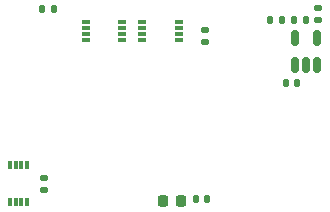
<source format=gbr>
%TF.GenerationSoftware,KiCad,Pcbnew,(7.0.0)*%
%TF.CreationDate,2023-03-21T21:12:12+00:00*%
%TF.ProjectId,Ogen,4f67656e-2e6b-4696-9361-645f70636258,rev?*%
%TF.SameCoordinates,Original*%
%TF.FileFunction,Paste,Bot*%
%TF.FilePolarity,Positive*%
%FSLAX46Y46*%
G04 Gerber Fmt 4.6, Leading zero omitted, Abs format (unit mm)*
G04 Created by KiCad (PCBNEW (7.0.0)) date 2023-03-21 21:12:12*
%MOMM*%
%LPD*%
G01*
G04 APERTURE LIST*
G04 Aperture macros list*
%AMRoundRect*
0 Rectangle with rounded corners*
0 $1 Rounding radius*
0 $2 $3 $4 $5 $6 $7 $8 $9 X,Y pos of 4 corners*
0 Add a 4 corners polygon primitive as box body*
4,1,4,$2,$3,$4,$5,$6,$7,$8,$9,$2,$3,0*
0 Add four circle primitives for the rounded corners*
1,1,$1+$1,$2,$3*
1,1,$1+$1,$4,$5*
1,1,$1+$1,$6,$7*
1,1,$1+$1,$8,$9*
0 Add four rect primitives between the rounded corners*
20,1,$1+$1,$2,$3,$4,$5,0*
20,1,$1+$1,$4,$5,$6,$7,0*
20,1,$1+$1,$6,$7,$8,$9,0*
20,1,$1+$1,$8,$9,$2,$3,0*%
G04 Aperture macros list end*
%ADD10RoundRect,0.135000X0.135000X0.185000X-0.135000X0.185000X-0.135000X-0.185000X0.135000X-0.185000X0*%
%ADD11RoundRect,0.135000X0.185000X-0.135000X0.185000X0.135000X-0.185000X0.135000X-0.185000X-0.135000X0*%
%ADD12RoundRect,0.140000X0.170000X-0.140000X0.170000X0.140000X-0.170000X0.140000X-0.170000X-0.140000X0*%
%ADD13RoundRect,0.140000X-0.140000X-0.170000X0.140000X-0.170000X0.140000X0.170000X-0.140000X0.170000X0*%
%ADD14RoundRect,0.140000X0.140000X0.170000X-0.140000X0.170000X-0.140000X-0.170000X0.140000X-0.170000X0*%
%ADD15R,0.800000X0.300000*%
%ADD16RoundRect,0.225000X0.225000X0.250000X-0.225000X0.250000X-0.225000X-0.250000X0.225000X-0.250000X0*%
%ADD17R,0.300000X0.800000*%
%ADD18RoundRect,0.150000X0.150000X-0.512500X0.150000X0.512500X-0.150000X0.512500X-0.150000X-0.512500X0*%
G04 APERTURE END LIST*
D10*
%TO.C,R5*%
X38810000Y-15300000D03*
X37790000Y-15300000D03*
%TD*%
%TO.C,R4*%
X35790000Y-15300000D03*
X36810000Y-15300000D03*
%TD*%
D11*
%TO.C,R3*%
X30300000Y-17160000D03*
X30300000Y-16140000D03*
%TD*%
D10*
%TO.C,R2*%
X17532000Y-14400000D03*
X16512000Y-14400000D03*
%TD*%
D11*
%TO.C,R1*%
X16700000Y-29676000D03*
X16700000Y-28656000D03*
%TD*%
D12*
%TO.C,C4*%
X39900000Y-15280000D03*
X39900000Y-14320000D03*
%TD*%
D13*
%TO.C,C3*%
X37120000Y-20684000D03*
X38080000Y-20684000D03*
%TD*%
D14*
%TO.C,C2*%
X30480000Y-30500000D03*
X29520000Y-30500000D03*
%TD*%
D15*
%TO.C,U4*%
X20199999Y-15499999D03*
X20199999Y-15999999D03*
X20199999Y-16499999D03*
X20199999Y-16999999D03*
X23299999Y-16999999D03*
X23299999Y-16499999D03*
X23299999Y-15999999D03*
X23299999Y-15499999D03*
%TD*%
D16*
%TO.C,C1*%
X26697000Y-30666000D03*
X28247000Y-30666000D03*
%TD*%
D17*
%TO.C,U3*%
X13749999Y-30715999D03*
X14249999Y-30715999D03*
X14749999Y-30715999D03*
X15249999Y-30715999D03*
X15249999Y-27615999D03*
X14749999Y-27615999D03*
X14249999Y-27615999D03*
X13749999Y-27615999D03*
%TD*%
D18*
%TO.C,U2*%
X39772000Y-19137500D03*
X38822000Y-19137500D03*
X37872000Y-19137500D03*
X37872000Y-16862500D03*
X39772000Y-16862500D03*
%TD*%
D15*
%TO.C,U5*%
X24949999Y-15499999D03*
X24949999Y-15999999D03*
X24949999Y-16499999D03*
X24949999Y-16999999D03*
X28049999Y-16999999D03*
X28049999Y-16499999D03*
X28049999Y-15999999D03*
X28049999Y-15499999D03*
%TD*%
M02*

</source>
